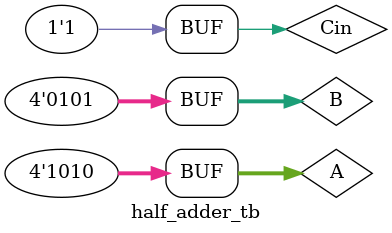
<source format=v>
module half_adder_tb;
 
  reg[3:0] A,B;
  reg Cin;
  wire[3:0] S;
  wire C;
  full_adder_4b fa4(S,C,A,B,Cin);
 
  initial
    begin
      $monitor("time = %d \t a = %b \t b = %b \t cin = %b \t  s = %b \t carry_out = %b  \t",$time,A,B,Cin,S,C);
      A = 4'd0;
      B = 4'd0;
      Cin = 1'b0;
      #10 A = 4'd2;
      B = 4'd5;
      #10
      A = 4'd9;
      B = 4'd9;
      #10
      A = 4'd10;
      B = 4'd15;
      #10
      A = 4'd10;
      B = 4'd5; Cin = 1'b1;
      
    end 
 
endmodule

</source>
